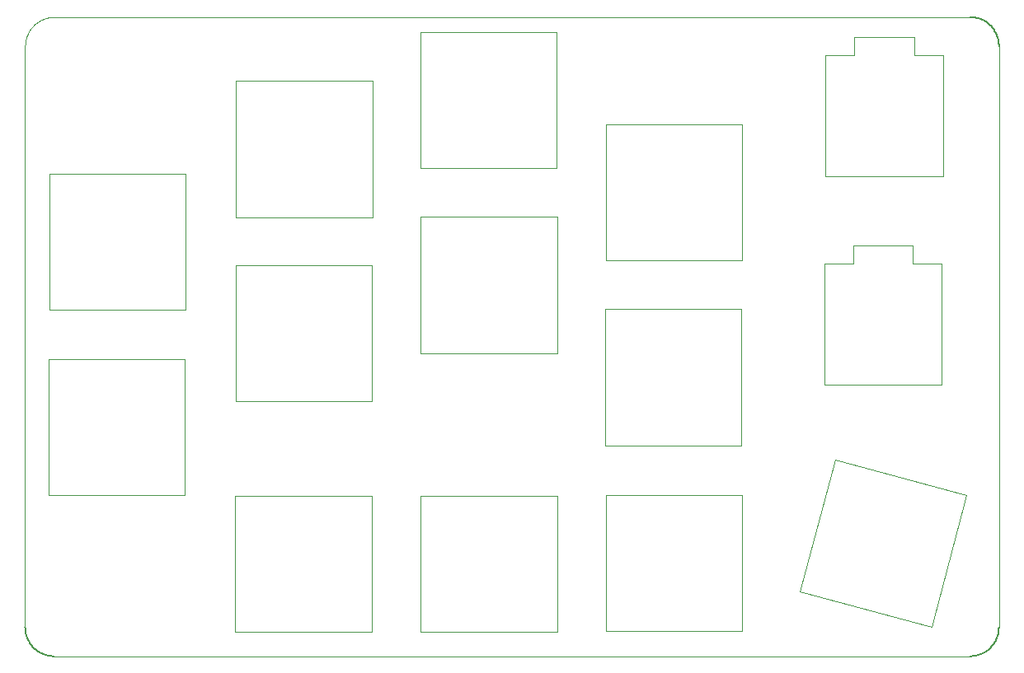
<source format=gm1>
G04 #@! TF.GenerationSoftware,KiCad,Pcbnew,(5.1.4-0-10_14)*
G04 #@! TF.CreationDate,2019-10-30T04:13:06+09:00*
G04 #@! TF.ProjectId,nilgiri_front,6e696c67-6972-4695-9f66-726f6e742e6b,rev?*
G04 #@! TF.SameCoordinates,Original*
G04 #@! TF.FileFunction,Profile,NP*
%FSLAX46Y46*%
G04 Gerber Fmt 4.6, Leading zero omitted, Abs format (unit mm)*
G04 Created by KiCad (PCBNEW (5.1.4-0-10_14)) date 2019-10-30 04:13:06*
%MOMM*%
%LPD*%
G04 APERTURE LIST*
%ADD10C,0.100000*%
%ADD11C,0.050000*%
%ADD12C,0.150000*%
G04 APERTURE END LIST*
D10*
X171310000Y-62396000D02*
X171310000Y-60546000D01*
X180410000Y-74846000D02*
X168360000Y-74846000D01*
X180410000Y-62396000D02*
X180410000Y-74846000D01*
X177460000Y-60546000D02*
X177460000Y-62396000D01*
X171310000Y-60546000D02*
X177460000Y-60546000D01*
X168360000Y-62396000D02*
X171310000Y-62396000D01*
X168360000Y-74846000D02*
X168360000Y-62396000D01*
X177460000Y-62396000D02*
X180410000Y-62396000D01*
X168210000Y-83846000D02*
X171160000Y-83846000D01*
X168210000Y-96296000D02*
X168210000Y-83846000D01*
X180260000Y-96296000D02*
X168210000Y-96296000D01*
X180260000Y-83846000D02*
X180260000Y-96296000D01*
X177310000Y-83846000D02*
X180260000Y-83846000D01*
X177310000Y-81996000D02*
X177310000Y-83846000D01*
X171160000Y-81996000D02*
X177310000Y-81996000D01*
X171160000Y-83846000D02*
X171160000Y-81996000D01*
X182833214Y-107646253D02*
X179209747Y-121169214D01*
X169310253Y-104022786D02*
X182833214Y-107646253D01*
X165686786Y-117545747D02*
X169310253Y-104022786D01*
X179209747Y-121169214D02*
X165686786Y-117545747D01*
X159760000Y-107646000D02*
X159760000Y-121646000D01*
X145760000Y-107646000D02*
X159760000Y-107646000D01*
X145760000Y-121646000D02*
X145760000Y-107646000D01*
X159760000Y-121646000D02*
X145760000Y-121646000D01*
X140760000Y-107696000D02*
X140760000Y-121696000D01*
X126760000Y-107696000D02*
X140760000Y-107696000D01*
X126760000Y-121696000D02*
X126760000Y-107696000D01*
X140760000Y-121696000D02*
X126760000Y-121696000D01*
X121710000Y-107696000D02*
X121710000Y-121696000D01*
X107710000Y-107696000D02*
X121710000Y-107696000D01*
X107710000Y-121696000D02*
X107710000Y-107696000D01*
X121710000Y-121696000D02*
X107710000Y-121696000D01*
X102560000Y-93646000D02*
X102560000Y-107646000D01*
X88560000Y-93646000D02*
X102560000Y-93646000D01*
X88560000Y-107646000D02*
X88560000Y-93646000D01*
X102560000Y-107646000D02*
X88560000Y-107646000D01*
X102610000Y-74596000D02*
X102610000Y-88596000D01*
X88610000Y-74596000D02*
X102610000Y-74596000D01*
X88610000Y-88596000D02*
X88610000Y-74596000D01*
X102610000Y-88596000D02*
X88610000Y-88596000D01*
X121810000Y-65096000D02*
X121810000Y-79096000D01*
X107810000Y-65096000D02*
X121810000Y-65096000D01*
X107810000Y-79096000D02*
X107810000Y-65096000D01*
X121810000Y-79096000D02*
X107810000Y-79096000D01*
X121760000Y-83996000D02*
X121760000Y-97996000D01*
X107760000Y-83996000D02*
X121760000Y-83996000D01*
X107760000Y-97996000D02*
X107760000Y-83996000D01*
X121760000Y-97996000D02*
X107760000Y-97996000D01*
X140760000Y-79046000D02*
X140760000Y-93046000D01*
X126760000Y-79046000D02*
X140760000Y-79046000D01*
X126760000Y-93046000D02*
X126760000Y-79046000D01*
X140760000Y-93046000D02*
X126760000Y-93046000D01*
X140710000Y-60046000D02*
X140710000Y-74046000D01*
X126710000Y-60046000D02*
X140710000Y-60046000D01*
X126710000Y-74046000D02*
X126710000Y-60046000D01*
X140710000Y-74046000D02*
X126710000Y-74046000D01*
X159710000Y-88546000D02*
X159710000Y-102546000D01*
X145710000Y-88546000D02*
X159710000Y-88546000D01*
X145710000Y-102546000D02*
X145710000Y-88546000D01*
X159710000Y-102546000D02*
X145710000Y-102546000D01*
X145760000Y-83546000D02*
X145760000Y-69546000D01*
X159760000Y-83546000D02*
X145760000Y-83546000D01*
X159760000Y-69546000D02*
X159760000Y-83546000D01*
X145760000Y-69546000D02*
X159760000Y-69546000D01*
D11*
X89145183Y-58500000D02*
X183146358Y-58500000D01*
D12*
X186144947Y-61498611D02*
X186141101Y-61345326D01*
X186141101Y-61345326D02*
X186130741Y-61204706D01*
X186130741Y-61204706D02*
X186113997Y-61065973D01*
X186113997Y-61065973D02*
X186092334Y-60936172D01*
X186092334Y-60936172D02*
X186065179Y-60808328D01*
X186065179Y-60808328D02*
X186033910Y-60687020D01*
X186033910Y-60687020D02*
X185997767Y-60567762D01*
X185997767Y-60567762D02*
X185958660Y-60455497D01*
X185958660Y-60455497D02*
X185914842Y-60344264D01*
X185914842Y-60344264D02*
X185868205Y-60238353D01*
X185868205Y-60238353D02*
X185818172Y-60135648D01*
X185818172Y-60135648D02*
X185763556Y-60033700D01*
X185763556Y-60033700D02*
X185707536Y-59938015D01*
X185707536Y-59938015D02*
X185646874Y-59842750D01*
X185646874Y-59842750D02*
X185584086Y-59751802D01*
X185584086Y-59751802D02*
X185519456Y-59665108D01*
X185519456Y-59665108D02*
X185452178Y-59581298D01*
X185452178Y-59581298D02*
X185381250Y-59499155D01*
X185381250Y-59499155D02*
X185307830Y-59420052D01*
X185307830Y-59420052D02*
X185230024Y-59342076D01*
X185230024Y-59342076D02*
X185152340Y-59269616D01*
X185152340Y-59269616D02*
X185071697Y-59199556D01*
X185071697Y-59199556D02*
X184983688Y-59128558D01*
X184983688Y-59128558D02*
X184897111Y-59063817D01*
X184897111Y-59063817D02*
X184806292Y-59000913D01*
X184806292Y-59000913D02*
X184713088Y-58941309D01*
X184713088Y-58941309D02*
X184617585Y-58885090D01*
X184617585Y-58885090D02*
X184519366Y-58832082D01*
X184519366Y-58832082D02*
X184417968Y-58782181D01*
X184417968Y-58782181D02*
X184312367Y-58735144D01*
X184312367Y-58735144D02*
X184199308Y-58690084D01*
X184199308Y-58690084D02*
X184086784Y-58650436D01*
X184086784Y-58650436D02*
X183970041Y-58614553D01*
X183970041Y-58614553D02*
X183846821Y-58582263D01*
X183846821Y-58582263D02*
X183721603Y-58555127D01*
X183721603Y-58555127D02*
X183592184Y-58532921D01*
X183592184Y-58532921D02*
X183453870Y-58515578D01*
X183453870Y-58515578D02*
X183309498Y-58504360D01*
X183309498Y-58504360D02*
X183159679Y-58500027D01*
X183159679Y-58500027D02*
X183146358Y-58500000D01*
D11*
X186144947Y-61498611D02*
X186144947Y-121210692D01*
X86146572Y-121210692D02*
X86146572Y-61498611D01*
X89145183Y-124209303D02*
X183146336Y-124209303D01*
D12*
X86146572Y-121210692D02*
X86150415Y-121363972D01*
X86150415Y-121363972D02*
X86160774Y-121504588D01*
X86160774Y-121504588D02*
X86176847Y-121638650D01*
X86176847Y-121638650D02*
X86198314Y-121768519D01*
X86198314Y-121768519D02*
X86224748Y-121894168D01*
X86224748Y-121894168D02*
X86256829Y-122019487D01*
X86256829Y-122019487D02*
X86292151Y-122136605D01*
X86292151Y-122136605D02*
X86331469Y-122250034D01*
X86331469Y-122250034D02*
X86374708Y-122360287D01*
X86374708Y-122360287D02*
X86420689Y-122465258D01*
X86420689Y-122465258D02*
X86472320Y-122571624D01*
X86472320Y-122571624D02*
X86524649Y-122669662D01*
X86524649Y-122669662D02*
X86580463Y-122765487D01*
X86580463Y-122765487D02*
X86640914Y-122860897D01*
X86640914Y-122860897D02*
X86702192Y-122950159D01*
X86702192Y-122950159D02*
X86766565Y-123037053D01*
X86766565Y-123037053D02*
X86835394Y-123123236D01*
X86835394Y-123123236D02*
X86905784Y-123205108D01*
X86905784Y-123205108D02*
X86979029Y-123284375D01*
X86979029Y-123284375D02*
X87055048Y-123360960D01*
X87055048Y-123360960D02*
X87133348Y-123434403D01*
X87133348Y-123434403D02*
X87214665Y-123505396D01*
X87214665Y-123505396D02*
X87300737Y-123575203D01*
X87300737Y-123575203D02*
X87387112Y-123640197D01*
X87387112Y-123640197D02*
X87476330Y-123702427D01*
X87476330Y-123702427D02*
X87572670Y-123764431D01*
X87572670Y-123764431D02*
X87669512Y-123821696D01*
X87669512Y-123821696D02*
X87767629Y-123874868D01*
X87767629Y-123874868D02*
X87873562Y-123927113D01*
X87873562Y-123927113D02*
X87979170Y-123974155D01*
X87979170Y-123974155D02*
X88087402Y-124017395D01*
X88087402Y-124017395D02*
X88202020Y-124057957D01*
X88202020Y-124057957D02*
X88318714Y-124093950D01*
X88318714Y-124093950D02*
X88437939Y-124125402D01*
X88437939Y-124125402D02*
X88561332Y-124152483D01*
X88561332Y-124152483D02*
X88690045Y-124174974D01*
X88690045Y-124174974D02*
X88828227Y-124192743D01*
X88828227Y-124192743D02*
X88970680Y-124204305D01*
X88970680Y-124204305D02*
X89119757Y-124209194D01*
X89119757Y-124209194D02*
X89145183Y-124209303D01*
X183146336Y-124209303D02*
X183296617Y-124205604D01*
X183296617Y-124205604D02*
X183437865Y-124195323D01*
X183437865Y-124195323D02*
X183572542Y-124179267D01*
X183572542Y-124179267D02*
X183702435Y-124157878D01*
X183702435Y-124157878D02*
X183827546Y-124131646D01*
X183827546Y-124131646D02*
X183947326Y-124101204D01*
X183947326Y-124101204D02*
X184068415Y-124064954D01*
X184068415Y-124064954D02*
X184181375Y-124025984D01*
X184181375Y-124025984D02*
X184290126Y-123983563D01*
X184290126Y-123983563D02*
X184394694Y-123938031D01*
X184394694Y-123938031D02*
X184499170Y-123887661D01*
X184499170Y-123887661D02*
X184597385Y-123835619D01*
X184597385Y-123835619D02*
X184699198Y-123776578D01*
X184699198Y-123776578D02*
X184796541Y-123714952D01*
X184796541Y-123714952D02*
X184885803Y-123653674D01*
X184885803Y-123653674D02*
X184972697Y-123589299D01*
X184972697Y-123589299D02*
X185060612Y-123519035D01*
X185060612Y-123519035D02*
X185142431Y-123448585D01*
X185142431Y-123448585D02*
X185221642Y-123375283D01*
X185221642Y-123375283D02*
X185298170Y-123299206D01*
X185298170Y-123299206D02*
X185371932Y-123220435D01*
X185371932Y-123220435D02*
X185442850Y-123139050D01*
X185442850Y-123139050D02*
X185513615Y-123051577D01*
X185513615Y-123051577D02*
X185578483Y-122965102D01*
X185578483Y-122965102D02*
X185640268Y-122876256D01*
X185640268Y-122876256D02*
X185700075Y-122783195D01*
X185700075Y-122783195D02*
X185756503Y-122687832D01*
X185756503Y-122687832D02*
X185809468Y-122590250D01*
X185809468Y-122590250D02*
X185859854Y-122488478D01*
X185859854Y-122488478D02*
X185906457Y-122384576D01*
X185906457Y-122384576D02*
X185951624Y-122272213D01*
X185951624Y-122272213D02*
X185991423Y-122160391D01*
X185991423Y-122160391D02*
X186027840Y-122043256D01*
X186027840Y-122043256D02*
X186059814Y-121923006D01*
X186059814Y-121923006D02*
X186087901Y-121795683D01*
X186087901Y-121795683D02*
X186110618Y-121665825D01*
X186110618Y-121665825D02*
X186127888Y-121532358D01*
X186127888Y-121532358D02*
X186139774Y-121388174D01*
X186139774Y-121388174D02*
X186144795Y-121240950D01*
X186144795Y-121240950D02*
X186144947Y-121210692D01*
D11*
X89145183Y-58500000D02*
X89095485Y-58500401D01*
X89095485Y-58500401D02*
X89046591Y-58501585D01*
X89046591Y-58501585D02*
X88994896Y-58503693D01*
X88994896Y-58503693D02*
X88934478Y-58507276D01*
X88934478Y-58507276D02*
X88886856Y-58510957D01*
X88886856Y-58510957D02*
X88839448Y-58515377D01*
X88839448Y-58515377D02*
X88792253Y-58520527D01*
X88792253Y-58520527D02*
X88747628Y-58526091D01*
X88747628Y-58526091D02*
X88703210Y-58532309D01*
X88703210Y-58532309D02*
X88659006Y-58539171D01*
X88659006Y-58539171D02*
X88615593Y-58546572D01*
X88615593Y-58546572D02*
X88569525Y-58555148D01*
X88569525Y-58555148D02*
X88527708Y-58563585D01*
X88527708Y-58563585D02*
X88482125Y-58573493D01*
X88482125Y-58573493D02*
X88440758Y-58583133D01*
X88440758Y-58583133D02*
X88400177Y-58593200D01*
X88400177Y-58593200D02*
X88358700Y-58604117D01*
X88358700Y-58604117D02*
X88318014Y-58615449D01*
X88318014Y-58615449D02*
X88278118Y-58627172D01*
X88278118Y-58627172D02*
X88234064Y-58640824D01*
X88234064Y-58640824D02*
X88192483Y-58654400D01*
X88192483Y-58654400D02*
X88149007Y-58669327D01*
X88149007Y-58669327D02*
X88110137Y-58683312D01*
X88110137Y-58683312D02*
X88073657Y-58696994D01*
X88073657Y-58696994D02*
X88037406Y-58711136D01*
X88037406Y-58711136D02*
X88001386Y-58725731D01*
X88001386Y-58725731D02*
X87966125Y-58740553D01*
X87966125Y-58740553D02*
X87930052Y-58756274D01*
X87930052Y-58756274D02*
X87895265Y-58771974D01*
X87895265Y-58771974D02*
X87859686Y-58788592D01*
X87859686Y-58788592D02*
X87822834Y-58806411D01*
X87822834Y-58806411D02*
X87786264Y-58824717D01*
X87786264Y-58824717D02*
X87751990Y-58842446D01*
X87751990Y-58842446D02*
X87717978Y-58860605D01*
X87717978Y-58860605D02*
X87676323Y-58883614D01*
X87676323Y-58883614D02*
X87640943Y-58903845D01*
X87640943Y-58903845D02*
X87605870Y-58924544D01*
X87605870Y-58924544D02*
X87574470Y-58943623D01*
X87574470Y-58943623D02*
X87542847Y-58963376D01*
X87542847Y-58963376D02*
X87510069Y-58984435D01*
X87510069Y-58984435D02*
X87479931Y-59004338D01*
X87479931Y-59004338D02*
X87450047Y-59024588D01*
X87450047Y-59024588D02*
X87419960Y-59045513D01*
X87419960Y-59045513D02*
X87389231Y-59067455D01*
X87389231Y-59067455D02*
X87360149Y-59088766D01*
X87360149Y-59088766D02*
X87329542Y-59111780D01*
X87329542Y-59111780D02*
X87299240Y-59135174D01*
X87299240Y-59135174D02*
X87271003Y-59157535D01*
X87271003Y-59157535D02*
X87243044Y-59180229D01*
X87243044Y-59180229D02*
X87215362Y-59203247D01*
X87215362Y-59203247D02*
X87187965Y-59226590D01*
X87187965Y-59226590D02*
X87159166Y-59251744D01*
X87159166Y-59251744D02*
X87132778Y-59275369D01*
X87132778Y-59275369D02*
X87105844Y-59300065D01*
X87105844Y-59300065D02*
X87079624Y-59324695D01*
X87079624Y-59324695D02*
X87052091Y-59351204D01*
X87052091Y-59351204D02*
X87026488Y-59376470D01*
X87026488Y-59376470D02*
X86999615Y-59403645D01*
X86999615Y-59403645D02*
X86974639Y-59429532D01*
X86974639Y-59429532D02*
X86948824Y-59456951D01*
X86948824Y-59456951D02*
X86924108Y-59483860D01*
X86924108Y-59483860D02*
X86883760Y-59529230D01*
X86883760Y-59529230D02*
X86859914Y-59556930D01*
X86859914Y-59556930D02*
X86832818Y-59589257D01*
X86832818Y-59589257D02*
X86808636Y-59618895D01*
X86808636Y-59618895D02*
X86786216Y-59647077D01*
X86786216Y-59647077D02*
X86761393Y-59679107D01*
X86761393Y-59679107D02*
X86738339Y-59709673D01*
X86738339Y-59709673D02*
X86716660Y-59739171D01*
X86716660Y-59739171D02*
X86694684Y-59769863D01*
X86694684Y-59769863D02*
X86671489Y-59803163D01*
X86671489Y-59803163D02*
X86650302Y-59834443D01*
X86650302Y-59834443D02*
X86630421Y-59864583D01*
X86630421Y-59864583D02*
X86609388Y-59897361D01*
X86609388Y-59897361D02*
X86589065Y-59929945D01*
X86589065Y-59929945D02*
X86569147Y-59962806D01*
X86569147Y-59962806D02*
X86549924Y-59995451D01*
X86549924Y-59995451D02*
X86531663Y-60027372D01*
X86531663Y-60027372D02*
X86511880Y-60063016D01*
X86511880Y-60063016D02*
X86493627Y-60096949D01*
X86493627Y-60096949D02*
X86475801Y-60131140D01*
X86475801Y-60131140D02*
X86458654Y-60165079D01*
X86458654Y-60165079D02*
X86441436Y-60200289D01*
X86441436Y-60200289D02*
X86424903Y-60235235D01*
X86424903Y-60235235D02*
X86407878Y-60272506D01*
X86407878Y-60272506D02*
X86392255Y-60307954D01*
X86392255Y-60307954D02*
X86374445Y-60349962D01*
X86374445Y-60349962D02*
X86358102Y-60390170D01*
X86358102Y-60390170D02*
X86343143Y-60428523D01*
X86343143Y-60428523D02*
X86329485Y-60464981D01*
X86329485Y-60464981D02*
X86316098Y-60502200D01*
X86316098Y-60502200D02*
X86302091Y-60542911D01*
X86302091Y-60542911D02*
X86289709Y-60580594D01*
X86289709Y-60580594D02*
X86277643Y-60619047D01*
X86277643Y-60619047D02*
X86265599Y-60659384D01*
X86265599Y-60659384D02*
X86254260Y-60699396D01*
X86254260Y-60699396D02*
X86242299Y-60744118D01*
X86242299Y-60744118D02*
X86231698Y-60786290D01*
X86231698Y-60786290D02*
X86221953Y-60827561D01*
X86221953Y-60827561D02*
X86212414Y-60870758D01*
X86212414Y-60870758D02*
X86203612Y-60913613D01*
X86203612Y-60913613D02*
X86195211Y-60957837D01*
X86195211Y-60957837D02*
X86187173Y-61004025D01*
X86187173Y-61004025D02*
X86180191Y-61048122D01*
X86180191Y-61048122D02*
X86173537Y-61094766D01*
X86173537Y-61094766D02*
X86167880Y-61139289D01*
X86167880Y-61139289D02*
X86162150Y-61191094D01*
X86162150Y-61191094D02*
X86157500Y-61240782D01*
X86157500Y-61240782D02*
X86153829Y-61288321D01*
X86153829Y-61288321D02*
X86150900Y-61336061D01*
X86150900Y-61336061D02*
X86148720Y-61383999D01*
X86148720Y-61383999D02*
X86147278Y-61432731D01*
X86147278Y-61432731D02*
X86146599Y-61485285D01*
X86146599Y-61485285D02*
X86146572Y-61498611D01*
M02*

</source>
